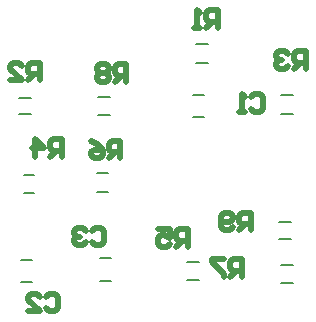
<source format=gbr>
G04*
G04 #@! TF.GenerationSoftware,Altium Limited,Altium Designer,24.9.1 (31)*
G04*
G04 Layer_Color=32896*
%FSLAX44Y44*%
%MOMM*%
G71*
G04*
G04 #@! TF.SameCoordinates,2F21DDDD-2005-49F8-8A8E-0C037A8DA06E*
G04*
G04*
G04 #@! TF.FilePolarity,Positive*
G04*
G01*
G75*
%ADD13C,0.2000*%
%ADD14C,0.5000*%
D13*
X293170Y82920D02*
X303170D01*
X293170Y97420D02*
X303170D01*
X214710Y63380D02*
X224710D01*
X214710Y48380D02*
X224710D01*
X222330Y232030D02*
X232330D01*
X222330Y248030D02*
X232330D01*
X72940Y202580D02*
X82940D01*
X72940Y188580D02*
X82940D01*
X138779Y122810D02*
X148240D01*
X138779Y138810D02*
X148240D01*
X77280Y121790D02*
X85280D01*
X77280Y137290D02*
X85280D01*
X139780Y203580D02*
X149780D01*
X139780Y187580D02*
X149780D01*
X294720Y45340D02*
X304720D01*
X294720Y61340D02*
X304720D01*
X220305Y186049D02*
X229275D01*
X220305Y205111D02*
X229275D01*
X141565Y66681D02*
X150535D01*
X141565Y47619D02*
X150535D01*
X294720Y188850D02*
X304720D01*
X294720Y204850D02*
X304720D01*
X74488Y46349D02*
X83457D01*
X74488Y65411D02*
X83457D01*
D14*
X268756Y90292D02*
Y105288D01*
X261259D01*
X258759Y102788D01*
Y97790D01*
X261259Y95291D01*
X268756D01*
X263758D02*
X258759Y90292D01*
X253761Y92792D02*
X251262Y90292D01*
X246263D01*
X243764Y92792D01*
Y102788D01*
X246263Y105288D01*
X251262D01*
X253761Y102788D01*
Y100289D01*
X251262Y97790D01*
X243764D01*
X163626Y216022D02*
Y231018D01*
X156128D01*
X153629Y228518D01*
Y223520D01*
X156128Y221021D01*
X163626D01*
X158628D02*
X153629Y216022D01*
X148631Y228518D02*
X146132Y231018D01*
X141133D01*
X138634Y228518D01*
Y226019D01*
X141133Y223520D01*
X138634Y221021D01*
Y218522D01*
X141133Y216022D01*
X146132D01*
X148631Y218522D01*
Y221021D01*
X146132Y223520D01*
X148631Y226019D01*
Y228518D01*
X146132Y223520D02*
X141133D01*
X261416Y50922D02*
Y65918D01*
X253918D01*
X251419Y63418D01*
Y58420D01*
X253918Y55921D01*
X261416D01*
X256418D02*
X251419Y50922D01*
X246421Y65918D02*
X236424D01*
Y63418D01*
X246421Y53422D01*
Y50922D01*
X158546Y151252D02*
Y166248D01*
X151048D01*
X148549Y163748D01*
Y158750D01*
X151048Y156251D01*
X158546D01*
X153547D02*
X148549Y151252D01*
X133554Y166248D02*
X138552Y163748D01*
X143551Y158750D01*
Y153752D01*
X141052Y151252D01*
X136053D01*
X133554Y153752D01*
Y156251D01*
X136053Y158750D01*
X143551D01*
X215696Y76322D02*
Y91318D01*
X208198D01*
X205699Y88818D01*
Y83820D01*
X208198Y81321D01*
X215696D01*
X210697D02*
X205699Y76322D01*
X190704Y91318D02*
X200701D01*
Y83820D01*
X195702Y86319D01*
X193203D01*
X190704Y83820D01*
Y78822D01*
X193203Y76322D01*
X198202D01*
X200701Y78822D01*
X109016Y152522D02*
Y167518D01*
X101518D01*
X99019Y165018D01*
Y160020D01*
X101518Y157521D01*
X109016D01*
X104017D02*
X99019Y152522D01*
X86523D02*
Y167518D01*
X94021Y160020D01*
X84024D01*
X315468Y227076D02*
Y242071D01*
X307970D01*
X305471Y239572D01*
Y234574D01*
X307970Y232074D01*
X315468D01*
X310470D02*
X305471Y227076D01*
X300473Y239572D02*
X297974Y242071D01*
X292975D01*
X290476Y239572D01*
Y237073D01*
X292975Y234574D01*
X295474D01*
X292975D01*
X290476Y232074D01*
Y229575D01*
X292975Y227076D01*
X297974D01*
X300473Y229575D01*
X90436Y217292D02*
Y232288D01*
X82938D01*
X80439Y229788D01*
Y224790D01*
X82938Y222291D01*
X90436D01*
X85437D02*
X80439Y217292D01*
X65444D02*
X75441D01*
X65444Y227289D01*
Y229788D01*
X67943Y232288D01*
X72941D01*
X75441Y229788D01*
X241137Y261742D02*
Y276738D01*
X233639D01*
X231140Y274238D01*
Y269240D01*
X233639Y266741D01*
X241137D01*
X236138D02*
X231140Y261742D01*
X226142D02*
X221143D01*
X223642D01*
Y276738D01*
X226142Y274238D01*
X134579Y90088D02*
X137078Y92588D01*
X142077D01*
X144576Y90088D01*
Y80092D01*
X142077Y77592D01*
X137078D01*
X134579Y80092D01*
X129581Y90088D02*
X127082Y92588D01*
X122083D01*
X119584Y90088D01*
Y87589D01*
X122083Y85090D01*
X124582D01*
X122083D01*
X119584Y82591D01*
Y80092D01*
X122083Y77592D01*
X127082D01*
X129581Y80092D01*
X95441Y34208D02*
X97941Y36708D01*
X102939D01*
X105438Y34208D01*
Y24212D01*
X102939Y21712D01*
X97941D01*
X95441Y24212D01*
X80446Y21712D02*
X90443D01*
X80446Y31709D01*
Y34208D01*
X82945Y36708D01*
X87944D01*
X90443Y34208D01*
X269240Y203118D02*
X271739Y205618D01*
X276738D01*
X279237Y203118D01*
Y193122D01*
X276738Y190622D01*
X271739D01*
X269240Y193122D01*
X264242Y190622D02*
X259243D01*
X261742D01*
Y205618D01*
X264242Y203118D01*
M02*

</source>
